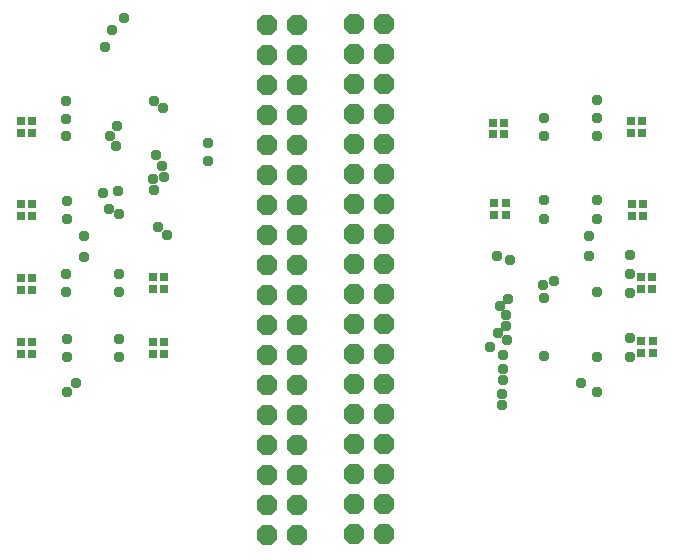
<source format=gbr>
G04 EAGLE Gerber RS-274X export*
G75*
%MOMM*%
%FSLAX34Y34*%
%LPD*%
%INSoldermask Bottom*%
%IPPOS*%
%AMOC8*
5,1,8,0,0,1.08239X$1,22.5*%
G01*
%ADD10P,1.869504X8X292.500000*%
%ADD11P,1.869504X8X112.500000*%
%ADD12R,0.803200X0.803200*%
%ADD13C,0.959600*%


D10*
X334518Y322580D03*
X334518Y297180D03*
X334518Y271780D03*
X334518Y246380D03*
X334518Y220980D03*
X334518Y195580D03*
X359918Y322580D03*
X359918Y297180D03*
X359918Y271780D03*
X359918Y246380D03*
X359918Y220980D03*
X359918Y195580D03*
X334518Y170180D03*
X359918Y170180D03*
X334518Y144780D03*
X334518Y119380D03*
X334518Y93980D03*
X334518Y68580D03*
X334518Y43180D03*
X334518Y17780D03*
X359918Y144780D03*
X359918Y119380D03*
X359918Y93980D03*
X359918Y68580D03*
X359918Y43180D03*
X359918Y17780D03*
X334518Y-7620D03*
X359918Y-7620D03*
X334518Y-33020D03*
X334518Y-58420D03*
X334518Y-83820D03*
X359918Y-33020D03*
X359918Y-58420D03*
X359918Y-83820D03*
X334518Y-109220D03*
X359918Y-109220D03*
D11*
X433578Y-108712D03*
X433578Y-83312D03*
X433578Y-57912D03*
X433578Y-32512D03*
X433578Y-7112D03*
X433578Y18288D03*
X408178Y-108712D03*
X408178Y-83312D03*
X408178Y-57912D03*
X408178Y-32512D03*
X408178Y-7112D03*
X408178Y18288D03*
X433578Y43688D03*
X408178Y43688D03*
X433578Y69088D03*
X433578Y94488D03*
X433578Y119888D03*
X433578Y145288D03*
X433578Y170688D03*
X433578Y196088D03*
X408178Y69088D03*
X408178Y94488D03*
X408178Y119888D03*
X408178Y145288D03*
X408178Y170688D03*
X408178Y196088D03*
X433578Y221488D03*
X408178Y221488D03*
X433578Y246888D03*
X433578Y272288D03*
X433578Y297688D03*
X408178Y246888D03*
X408178Y272288D03*
X408178Y297688D03*
X433578Y323088D03*
X408178Y323088D03*
D12*
X650494Y108886D03*
X650494Y98886D03*
X659892Y108886D03*
X659892Y98886D03*
X651002Y54530D03*
X651002Y44530D03*
X660654Y54530D03*
X660654Y44530D03*
X642874Y160354D03*
X642874Y170354D03*
X652526Y160354D03*
X652526Y170354D03*
X135382Y53768D03*
X135382Y43768D03*
X125730Y53768D03*
X125730Y43768D03*
X135382Y240712D03*
X135382Y230712D03*
X125730Y240712D03*
X125730Y230712D03*
X135636Y160608D03*
X135636Y170608D03*
X125984Y160608D03*
X125984Y170608D03*
X642366Y240712D03*
X642366Y230712D03*
X652018Y240712D03*
X652018Y230712D03*
X135382Y107870D03*
X135382Y97870D03*
X125984Y107870D03*
X125984Y97870D03*
X237490Y53768D03*
X237490Y43768D03*
X247142Y53768D03*
X247142Y43768D03*
X534924Y239696D03*
X534924Y229696D03*
X525272Y239696D03*
X525272Y229696D03*
X536448Y161624D03*
X536448Y171624D03*
X526796Y161624D03*
X526796Y171624D03*
X237744Y108632D03*
X237744Y98632D03*
X247396Y108632D03*
X247396Y98632D03*
D13*
X641604Y111252D03*
X641604Y56896D03*
X568960Y158414D03*
X568960Y243414D03*
X613664Y158414D03*
X613410Y243332D03*
X208788Y111252D03*
X208788Y56388D03*
X164338Y111252D03*
X164592Y56388D03*
X164592Y158242D03*
X164338Y243078D03*
X533146Y422D03*
X533400Y9510D03*
X534162Y21900D03*
X534416Y30988D03*
X533608Y43226D03*
X522806Y49340D03*
X537210Y55408D03*
X530172Y61476D03*
X536956Y67544D03*
X536778Y76632D03*
X531721Y84427D03*
X538480Y90520D03*
X641604Y127508D03*
X568960Y174498D03*
X568960Y228346D03*
X208788Y96520D03*
X208788Y41402D03*
X195326Y180340D03*
X206502Y219456D03*
X164846Y11430D03*
X164338Y257810D03*
X179578Y143510D03*
X179578Y126238D03*
X568706Y41656D03*
X568706Y91440D03*
X606552Y143510D03*
X613410Y258572D03*
X606552Y126492D03*
X613664Y11430D03*
X213360Y327914D03*
X203200Y317754D03*
X196850Y304038D03*
X568297Y102020D03*
X577342Y105520D03*
X528728Y126392D03*
X540004Y123698D03*
X641858Y95758D03*
X641604Y41402D03*
X613664Y173736D03*
X613410Y228600D03*
X164338Y96012D03*
X164592Y41402D03*
X164592Y172974D03*
X164338Y228092D03*
X613410Y41402D03*
X613410Y96266D03*
X172720Y19050D03*
X600456Y19558D03*
X249936Y144780D03*
X241554Y151384D03*
X208788Y162092D03*
X200406Y166878D03*
X207772Y181864D03*
X238575Y182187D03*
X237573Y191770D03*
X246661Y193321D03*
X245364Y203200D03*
X240538Y211836D03*
X284480Y207264D03*
X284480Y222504D03*
X201422Y228600D03*
X207518Y236982D03*
X246126Y252250D03*
X238252Y258318D03*
M02*

</source>
